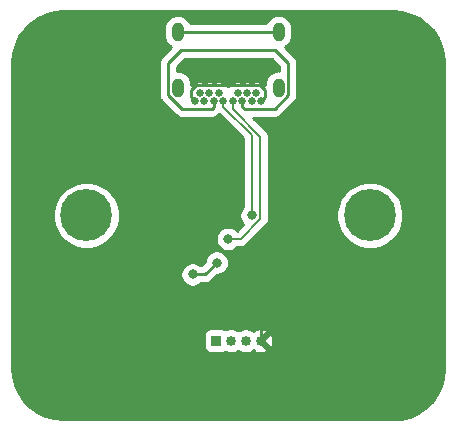
<source format=gbl>
G04 #@! TF.GenerationSoftware,KiCad,Pcbnew,(5.1.2-1)-1*
G04 #@! TF.CreationDate,2019-10-04T22:48:53-06:00*
G04 #@! TF.ProjectId,USBCBreakout,55534243-4272-4656-916b-6f75742e6b69,rev?*
G04 #@! TF.SameCoordinates,Original*
G04 #@! TF.FileFunction,Copper,L2,Bot*
G04 #@! TF.FilePolarity,Positive*
%FSLAX46Y46*%
G04 Gerber Fmt 4.6, Leading zero omitted, Abs format (unit mm)*
G04 Created by KiCad (PCBNEW (5.1.2-1)-1) date 2019-10-04 22:48:53*
%MOMM*%
%LPD*%
G04 APERTURE LIST*
%ADD10C,0.650000*%
%ADD11O,1.000000X1.600000*%
%ADD12C,4.400000*%
%ADD13C,0.850000*%
%ADD14R,0.850000X0.850000*%
%ADD15C,0.800000*%
%ADD16C,0.250000*%
%ADD17C,0.152400*%
%ADD18C,0.254000*%
G04 APERTURE END LIST*
D10*
X97212416Y-48620592D03*
X97612416Y-47920592D03*
X98012416Y-48620592D03*
X98412416Y-47920592D03*
X98812416Y-48620592D03*
X99212416Y-47920592D03*
X99612416Y-48620592D03*
X100412416Y-48620592D03*
X100812416Y-47910592D03*
X101212416Y-48620592D03*
X101612416Y-47920592D03*
X102412416Y-47920592D03*
X102012416Y-48620592D03*
D11*
X104282416Y-47470592D03*
X104282416Y-42740592D03*
X95742416Y-42740592D03*
X95742416Y-47470592D03*
D10*
X102812416Y-48620592D03*
D12*
X112012416Y-58290592D03*
X88012416Y-58290592D03*
D13*
X102762416Y-68900000D03*
X101512416Y-68900000D03*
X100262416Y-68900000D03*
D14*
X99012416Y-68900000D03*
D15*
X97012416Y-63290592D03*
X99062415Y-62290592D03*
X101012416Y-62290592D03*
X97012416Y-58290592D03*
X104012416Y-58290592D03*
X100012416Y-60290592D03*
X102012416Y-58290592D03*
D16*
X98062415Y-63290592D02*
X99062415Y-62290592D01*
X97012416Y-63290592D02*
X98062415Y-63290592D01*
X101402798Y-49270593D02*
X101212416Y-49080211D01*
X104012416Y-44290592D02*
X105107426Y-45385602D01*
X105107426Y-48112322D02*
X103949155Y-49270593D01*
X96012416Y-44290592D02*
X104012416Y-44290592D01*
X98812416Y-48620592D02*
X98812416Y-49080211D01*
X103949155Y-49270593D02*
X101402798Y-49270593D01*
X98622034Y-49270593D02*
X96075677Y-49270593D01*
X96075677Y-49270593D02*
X94917406Y-48112322D01*
X94917406Y-45385602D02*
X96012416Y-44290592D01*
X105107426Y-45385602D02*
X105107426Y-48112322D01*
X101212416Y-49080211D02*
X101212416Y-48620592D01*
X94917406Y-48112322D02*
X94917406Y-45385602D01*
X98812416Y-49080211D02*
X98622034Y-49270593D01*
X102762416Y-64040592D02*
X101012416Y-62290592D01*
X102762416Y-68900000D02*
X102762416Y-64040592D01*
X96887417Y-48295593D02*
X97212416Y-48620592D01*
X96887417Y-47683589D02*
X96887417Y-48295593D01*
X97310415Y-47260591D02*
X96887417Y-47683589D01*
X102714417Y-47260591D02*
X97310415Y-47260591D01*
X103137415Y-47683589D02*
X102714417Y-47260591D01*
X103137415Y-48295593D02*
X103137415Y-47683589D01*
X102812416Y-48620592D02*
X103137415Y-48295593D01*
X100446731Y-62290592D02*
X101012416Y-62290592D01*
X97012416Y-58856277D02*
X100446731Y-62290592D01*
X97012416Y-58290592D02*
X97012416Y-58856277D01*
X101012416Y-61290592D02*
X104012416Y-58290592D01*
X101012416Y-62290592D02*
X101012416Y-61290592D01*
D17*
X102738617Y-51637320D02*
X102738617Y-58639169D01*
X100412416Y-49311119D02*
X102738617Y-51637320D01*
X101087194Y-60290592D02*
X100012416Y-60290592D01*
X102738617Y-58639169D02*
X101087194Y-60290592D01*
X100412416Y-48620592D02*
X100412416Y-49311119D01*
X102012416Y-51480211D02*
X102012416Y-58290592D01*
X99612416Y-49080211D02*
X102012416Y-51480211D01*
X99612416Y-48620592D02*
X99612416Y-49080211D01*
D16*
X95742416Y-42740592D02*
X104282416Y-42740592D01*
D18*
G36*
X114767163Y-41095873D02*
G01*
X115498059Y-41295823D01*
X116181991Y-41622042D01*
X116797344Y-42064218D01*
X117324675Y-42608381D01*
X117747302Y-43237318D01*
X118051879Y-43931162D01*
X118230131Y-44673631D01*
X118277416Y-45317541D01*
X118277417Y-71257850D01*
X118207135Y-72045340D01*
X118007185Y-72776235D01*
X117680966Y-73460167D01*
X117238790Y-74075520D01*
X116694627Y-74602851D01*
X116065690Y-75025478D01*
X115371845Y-75330056D01*
X114629377Y-75508306D01*
X113985467Y-75555592D01*
X86045147Y-75555592D01*
X85257668Y-75485311D01*
X84526773Y-75285361D01*
X83842841Y-74959142D01*
X83227488Y-74516966D01*
X82700157Y-73972803D01*
X82277530Y-73343866D01*
X81972952Y-72650021D01*
X81794702Y-71907553D01*
X81747416Y-71263643D01*
X81747416Y-68475000D01*
X97949344Y-68475000D01*
X97949344Y-69325000D01*
X97961604Y-69449482D01*
X97997914Y-69569180D01*
X98056879Y-69679494D01*
X98136231Y-69776185D01*
X98232922Y-69855537D01*
X98343236Y-69914502D01*
X98462934Y-69950812D01*
X98587416Y-69963072D01*
X99437416Y-69963072D01*
X99561898Y-69950812D01*
X99681596Y-69914502D01*
X99791910Y-69855537D01*
X99794413Y-69853483D01*
X99953225Y-69919265D01*
X100158015Y-69960000D01*
X100366817Y-69960000D01*
X100571607Y-69919265D01*
X100764514Y-69839360D01*
X100887416Y-69757240D01*
X101010318Y-69839360D01*
X101203225Y-69919265D01*
X101408015Y-69960000D01*
X101616817Y-69960000D01*
X101821607Y-69919265D01*
X102014514Y-69839360D01*
X102188127Y-69723356D01*
X102225405Y-69686078D01*
X102243560Y-69830210D01*
X102435004Y-69913560D01*
X102639032Y-69957959D01*
X102847800Y-69961702D01*
X103053286Y-69924644D01*
X103247595Y-69848210D01*
X103281272Y-69830210D01*
X103307197Y-69624386D01*
X102762416Y-69079605D01*
X102748274Y-69093748D01*
X102572416Y-68917890D01*
X102572416Y-68910395D01*
X102582811Y-68900000D01*
X102942021Y-68900000D01*
X103486802Y-69444781D01*
X103692626Y-69418856D01*
X103775976Y-69227412D01*
X103820375Y-69023384D01*
X103824118Y-68814616D01*
X103787060Y-68609130D01*
X103710626Y-68414821D01*
X103692626Y-68381144D01*
X103486802Y-68355219D01*
X102942021Y-68900000D01*
X102582811Y-68900000D01*
X102572416Y-68889605D01*
X102572416Y-68882110D01*
X102748274Y-68706253D01*
X102762416Y-68720395D01*
X103307197Y-68175614D01*
X103281272Y-67969790D01*
X103089828Y-67886440D01*
X102885800Y-67842041D01*
X102677032Y-67838298D01*
X102471546Y-67875356D01*
X102277237Y-67951790D01*
X102243560Y-67969790D01*
X102225405Y-68113922D01*
X102188127Y-68076644D01*
X102014514Y-67960640D01*
X101821607Y-67880735D01*
X101616817Y-67840000D01*
X101408015Y-67840000D01*
X101203225Y-67880735D01*
X101010318Y-67960640D01*
X100887416Y-68042760D01*
X100764514Y-67960640D01*
X100571607Y-67880735D01*
X100366817Y-67840000D01*
X100158015Y-67840000D01*
X99953225Y-67880735D01*
X99794413Y-67946517D01*
X99791910Y-67944463D01*
X99681596Y-67885498D01*
X99561898Y-67849188D01*
X99437416Y-67836928D01*
X98587416Y-67836928D01*
X98462934Y-67849188D01*
X98343236Y-67885498D01*
X98232922Y-67944463D01*
X98136231Y-68023815D01*
X98056879Y-68120506D01*
X97997914Y-68230820D01*
X97961604Y-68350518D01*
X97949344Y-68475000D01*
X81747416Y-68475000D01*
X81747416Y-63188653D01*
X95977416Y-63188653D01*
X95977416Y-63392531D01*
X96017190Y-63592490D01*
X96095211Y-63780848D01*
X96208479Y-63950366D01*
X96352642Y-64094529D01*
X96522160Y-64207797D01*
X96710518Y-64285818D01*
X96910477Y-64325592D01*
X97114355Y-64325592D01*
X97314314Y-64285818D01*
X97502672Y-64207797D01*
X97672190Y-64094529D01*
X97716127Y-64050592D01*
X98025093Y-64050592D01*
X98062415Y-64054268D01*
X98099737Y-64050592D01*
X98099748Y-64050592D01*
X98211401Y-64039595D01*
X98354662Y-63996138D01*
X98486691Y-63925566D01*
X98602416Y-63830593D01*
X98626219Y-63801590D01*
X99102217Y-63325592D01*
X99164354Y-63325592D01*
X99364313Y-63285818D01*
X99552671Y-63207797D01*
X99722189Y-63094529D01*
X99866352Y-62950366D01*
X99979620Y-62780848D01*
X100057641Y-62592490D01*
X100097415Y-62392531D01*
X100097415Y-62188653D01*
X100057641Y-61988694D01*
X99979620Y-61800336D01*
X99866352Y-61630818D01*
X99722189Y-61486655D01*
X99552671Y-61373387D01*
X99364313Y-61295366D01*
X99164354Y-61255592D01*
X98960476Y-61255592D01*
X98760517Y-61295366D01*
X98572159Y-61373387D01*
X98402641Y-61486655D01*
X98258478Y-61630818D01*
X98145210Y-61800336D01*
X98067189Y-61988694D01*
X98027415Y-62188653D01*
X98027415Y-62250790D01*
X97747614Y-62530592D01*
X97716127Y-62530592D01*
X97672190Y-62486655D01*
X97502672Y-62373387D01*
X97314314Y-62295366D01*
X97114355Y-62255592D01*
X96910477Y-62255592D01*
X96710518Y-62295366D01*
X96522160Y-62373387D01*
X96352642Y-62486655D01*
X96208479Y-62630818D01*
X96095211Y-62800336D01*
X96017190Y-62988694D01*
X95977416Y-63188653D01*
X81747416Y-63188653D01*
X81747416Y-58011369D01*
X85177416Y-58011369D01*
X85177416Y-58569815D01*
X85286364Y-59117531D01*
X85500072Y-59633468D01*
X85810328Y-60097799D01*
X86205209Y-60492680D01*
X86669540Y-60802936D01*
X87185477Y-61016644D01*
X87733193Y-61125592D01*
X88291639Y-61125592D01*
X88839355Y-61016644D01*
X89355292Y-60802936D01*
X89819623Y-60492680D01*
X90214504Y-60097799D01*
X90524760Y-59633468D01*
X90738468Y-59117531D01*
X90847416Y-58569815D01*
X90847416Y-58011369D01*
X90738468Y-57463653D01*
X90524760Y-56947716D01*
X90214504Y-56483385D01*
X89819623Y-56088504D01*
X89355292Y-55778248D01*
X88839355Y-55564540D01*
X88291639Y-55455592D01*
X87733193Y-55455592D01*
X87185477Y-55564540D01*
X86669540Y-55778248D01*
X86205209Y-56088504D01*
X85810328Y-56483385D01*
X85500072Y-56947716D01*
X85286364Y-57463653D01*
X85177416Y-58011369D01*
X81747416Y-58011369D01*
X81747416Y-45385602D01*
X94153730Y-45385602D01*
X94157407Y-45422934D01*
X94157406Y-48074999D01*
X94153730Y-48112322D01*
X94157406Y-48149644D01*
X94157406Y-48149654D01*
X94168403Y-48261307D01*
X94200031Y-48365571D01*
X94211860Y-48404568D01*
X94282432Y-48536598D01*
X94305780Y-48565047D01*
X94377405Y-48652323D01*
X94406409Y-48676126D01*
X95511878Y-49781596D01*
X95535676Y-49810594D01*
X95564674Y-49834392D01*
X95651401Y-49905567D01*
X95783430Y-49976139D01*
X95926691Y-50019596D01*
X96075677Y-50034270D01*
X96113010Y-50030593D01*
X98584712Y-50030593D01*
X98622034Y-50034269D01*
X98659356Y-50030593D01*
X98659367Y-50030593D01*
X98771020Y-50019596D01*
X98914281Y-49976139D01*
X99046310Y-49905567D01*
X99162035Y-49810594D01*
X99185838Y-49781590D01*
X99246923Y-49720505D01*
X101301216Y-51774800D01*
X101301217Y-57538080D01*
X101208479Y-57630818D01*
X101095211Y-57800336D01*
X101017190Y-57988694D01*
X100977416Y-58188653D01*
X100977416Y-58392531D01*
X101017190Y-58592490D01*
X101095211Y-58780848D01*
X101208479Y-58950366D01*
X101315056Y-59056943D01*
X100792607Y-59579392D01*
X100764927Y-59579392D01*
X100672190Y-59486655D01*
X100502672Y-59373387D01*
X100314314Y-59295366D01*
X100114355Y-59255592D01*
X99910477Y-59255592D01*
X99710518Y-59295366D01*
X99522160Y-59373387D01*
X99352642Y-59486655D01*
X99208479Y-59630818D01*
X99095211Y-59800336D01*
X99017190Y-59988694D01*
X98977416Y-60188653D01*
X98977416Y-60392531D01*
X99017190Y-60592490D01*
X99095211Y-60780848D01*
X99208479Y-60950366D01*
X99352642Y-61094529D01*
X99522160Y-61207797D01*
X99710518Y-61285818D01*
X99910477Y-61325592D01*
X100114355Y-61325592D01*
X100314314Y-61285818D01*
X100502672Y-61207797D01*
X100672190Y-61094529D01*
X100764927Y-61001792D01*
X101052268Y-61001792D01*
X101087194Y-61005232D01*
X101122120Y-61001792D01*
X101122130Y-61001792D01*
X101226614Y-60991501D01*
X101360675Y-60950834D01*
X101484227Y-60884794D01*
X101592521Y-60795919D01*
X101614796Y-60768777D01*
X103216808Y-59166766D01*
X103243944Y-59144496D01*
X103332819Y-59036202D01*
X103356712Y-58991501D01*
X103398859Y-58912651D01*
X103439526Y-58778589D01*
X103448485Y-58687625D01*
X103449817Y-58674105D01*
X103449817Y-58674098D01*
X103453257Y-58639169D01*
X103449817Y-58604241D01*
X103449817Y-58011369D01*
X109177416Y-58011369D01*
X109177416Y-58569815D01*
X109286364Y-59117531D01*
X109500072Y-59633468D01*
X109810328Y-60097799D01*
X110205209Y-60492680D01*
X110669540Y-60802936D01*
X111185477Y-61016644D01*
X111733193Y-61125592D01*
X112291639Y-61125592D01*
X112839355Y-61016644D01*
X113355292Y-60802936D01*
X113819623Y-60492680D01*
X114214504Y-60097799D01*
X114524760Y-59633468D01*
X114738468Y-59117531D01*
X114847416Y-58569815D01*
X114847416Y-58011369D01*
X114738468Y-57463653D01*
X114524760Y-56947716D01*
X114214504Y-56483385D01*
X113819623Y-56088504D01*
X113355292Y-55778248D01*
X112839355Y-55564540D01*
X112291639Y-55455592D01*
X111733193Y-55455592D01*
X111185477Y-55564540D01*
X110669540Y-55778248D01*
X110205209Y-56088504D01*
X109810328Y-56483385D01*
X109500072Y-56947716D01*
X109286364Y-57463653D01*
X109177416Y-58011369D01*
X103449817Y-58011369D01*
X103449817Y-51672245D01*
X103453257Y-51637319D01*
X103449817Y-51602393D01*
X103449817Y-51602384D01*
X103439526Y-51497900D01*
X103398859Y-51363839D01*
X103332819Y-51240287D01*
X103305279Y-51206730D01*
X103266214Y-51159129D01*
X103266210Y-51159125D01*
X103243943Y-51131993D01*
X103216812Y-51109727D01*
X102137678Y-50030593D01*
X103911833Y-50030593D01*
X103949155Y-50034269D01*
X103986477Y-50030593D01*
X103986488Y-50030593D01*
X104098141Y-50019596D01*
X104241402Y-49976139D01*
X104373431Y-49905567D01*
X104489156Y-49810594D01*
X104512959Y-49781590D01*
X105618429Y-48676121D01*
X105647427Y-48652323D01*
X105742400Y-48536598D01*
X105812972Y-48404569D01*
X105856429Y-48261308D01*
X105867426Y-48149655D01*
X105867426Y-48149654D01*
X105871103Y-48112322D01*
X105867426Y-48074989D01*
X105867426Y-45422924D01*
X105871102Y-45385602D01*
X105867426Y-45348279D01*
X105867426Y-45348269D01*
X105856429Y-45236616D01*
X105812972Y-45093355D01*
X105794235Y-45058301D01*
X105742400Y-44961325D01*
X105671225Y-44874599D01*
X105647427Y-44845601D01*
X105618430Y-44821804D01*
X104830971Y-44034345D01*
X104916039Y-43988876D01*
X105088865Y-43847041D01*
X105230700Y-43674215D01*
X105336092Y-43477039D01*
X105400993Y-43263091D01*
X105417416Y-43096344D01*
X105417416Y-42384841D01*
X105400993Y-42218094D01*
X105336092Y-42004146D01*
X105230700Y-41806969D01*
X105088865Y-41634143D01*
X104916039Y-41492308D01*
X104718863Y-41386916D01*
X104504915Y-41322015D01*
X104282416Y-41300101D01*
X104059918Y-41322015D01*
X103845970Y-41386916D01*
X103648794Y-41492308D01*
X103475968Y-41634143D01*
X103334133Y-41806969D01*
X103241329Y-41980592D01*
X96783502Y-41980592D01*
X96690700Y-41806969D01*
X96548865Y-41634143D01*
X96376039Y-41492308D01*
X96178863Y-41386916D01*
X95964915Y-41322015D01*
X95742416Y-41300101D01*
X95519918Y-41322015D01*
X95305970Y-41386916D01*
X95108794Y-41492308D01*
X94935968Y-41634143D01*
X94794133Y-41806969D01*
X94688740Y-42004145D01*
X94623839Y-42218093D01*
X94607416Y-42384840D01*
X94607416Y-43096343D01*
X94623839Y-43263090D01*
X94688740Y-43477038D01*
X94794132Y-43674215D01*
X94935967Y-43847041D01*
X95108793Y-43988876D01*
X95193861Y-44034345D01*
X94406404Y-44821803D01*
X94377406Y-44845601D01*
X94353608Y-44874599D01*
X94353607Y-44874600D01*
X94282432Y-44961326D01*
X94211860Y-45093356D01*
X94168404Y-45236617D01*
X94153730Y-45385602D01*
X81747416Y-45385602D01*
X81747416Y-45323323D01*
X81817697Y-44535845D01*
X82017647Y-43804949D01*
X82343866Y-43121017D01*
X82786042Y-42505664D01*
X83330205Y-41978333D01*
X83959142Y-41555706D01*
X84652986Y-41251129D01*
X85395455Y-41072877D01*
X86039365Y-41025592D01*
X113979685Y-41025592D01*
X114767163Y-41095873D01*
X114767163Y-41095873D01*
G37*
X114767163Y-41095873D02*
X115498059Y-41295823D01*
X116181991Y-41622042D01*
X116797344Y-42064218D01*
X117324675Y-42608381D01*
X117747302Y-43237318D01*
X118051879Y-43931162D01*
X118230131Y-44673631D01*
X118277416Y-45317541D01*
X118277417Y-71257850D01*
X118207135Y-72045340D01*
X118007185Y-72776235D01*
X117680966Y-73460167D01*
X117238790Y-74075520D01*
X116694627Y-74602851D01*
X116065690Y-75025478D01*
X115371845Y-75330056D01*
X114629377Y-75508306D01*
X113985467Y-75555592D01*
X86045147Y-75555592D01*
X85257668Y-75485311D01*
X84526773Y-75285361D01*
X83842841Y-74959142D01*
X83227488Y-74516966D01*
X82700157Y-73972803D01*
X82277530Y-73343866D01*
X81972952Y-72650021D01*
X81794702Y-71907553D01*
X81747416Y-71263643D01*
X81747416Y-68475000D01*
X97949344Y-68475000D01*
X97949344Y-69325000D01*
X97961604Y-69449482D01*
X97997914Y-69569180D01*
X98056879Y-69679494D01*
X98136231Y-69776185D01*
X98232922Y-69855537D01*
X98343236Y-69914502D01*
X98462934Y-69950812D01*
X98587416Y-69963072D01*
X99437416Y-69963072D01*
X99561898Y-69950812D01*
X99681596Y-69914502D01*
X99791910Y-69855537D01*
X99794413Y-69853483D01*
X99953225Y-69919265D01*
X100158015Y-69960000D01*
X100366817Y-69960000D01*
X100571607Y-69919265D01*
X100764514Y-69839360D01*
X100887416Y-69757240D01*
X101010318Y-69839360D01*
X101203225Y-69919265D01*
X101408015Y-69960000D01*
X101616817Y-69960000D01*
X101821607Y-69919265D01*
X102014514Y-69839360D01*
X102188127Y-69723356D01*
X102225405Y-69686078D01*
X102243560Y-69830210D01*
X102435004Y-69913560D01*
X102639032Y-69957959D01*
X102847800Y-69961702D01*
X103053286Y-69924644D01*
X103247595Y-69848210D01*
X103281272Y-69830210D01*
X103307197Y-69624386D01*
X102762416Y-69079605D01*
X102748274Y-69093748D01*
X102572416Y-68917890D01*
X102572416Y-68910395D01*
X102582811Y-68900000D01*
X102942021Y-68900000D01*
X103486802Y-69444781D01*
X103692626Y-69418856D01*
X103775976Y-69227412D01*
X103820375Y-69023384D01*
X103824118Y-68814616D01*
X103787060Y-68609130D01*
X103710626Y-68414821D01*
X103692626Y-68381144D01*
X103486802Y-68355219D01*
X102942021Y-68900000D01*
X102582811Y-68900000D01*
X102572416Y-68889605D01*
X102572416Y-68882110D01*
X102748274Y-68706253D01*
X102762416Y-68720395D01*
X103307197Y-68175614D01*
X103281272Y-67969790D01*
X103089828Y-67886440D01*
X102885800Y-67842041D01*
X102677032Y-67838298D01*
X102471546Y-67875356D01*
X102277237Y-67951790D01*
X102243560Y-67969790D01*
X102225405Y-68113922D01*
X102188127Y-68076644D01*
X102014514Y-67960640D01*
X101821607Y-67880735D01*
X101616817Y-67840000D01*
X101408015Y-67840000D01*
X101203225Y-67880735D01*
X101010318Y-67960640D01*
X100887416Y-68042760D01*
X100764514Y-67960640D01*
X100571607Y-67880735D01*
X100366817Y-67840000D01*
X100158015Y-67840000D01*
X99953225Y-67880735D01*
X99794413Y-67946517D01*
X99791910Y-67944463D01*
X99681596Y-67885498D01*
X99561898Y-67849188D01*
X99437416Y-67836928D01*
X98587416Y-67836928D01*
X98462934Y-67849188D01*
X98343236Y-67885498D01*
X98232922Y-67944463D01*
X98136231Y-68023815D01*
X98056879Y-68120506D01*
X97997914Y-68230820D01*
X97961604Y-68350518D01*
X97949344Y-68475000D01*
X81747416Y-68475000D01*
X81747416Y-63188653D01*
X95977416Y-63188653D01*
X95977416Y-63392531D01*
X96017190Y-63592490D01*
X96095211Y-63780848D01*
X96208479Y-63950366D01*
X96352642Y-64094529D01*
X96522160Y-64207797D01*
X96710518Y-64285818D01*
X96910477Y-64325592D01*
X97114355Y-64325592D01*
X97314314Y-64285818D01*
X97502672Y-64207797D01*
X97672190Y-64094529D01*
X97716127Y-64050592D01*
X98025093Y-64050592D01*
X98062415Y-64054268D01*
X98099737Y-64050592D01*
X98099748Y-64050592D01*
X98211401Y-64039595D01*
X98354662Y-63996138D01*
X98486691Y-63925566D01*
X98602416Y-63830593D01*
X98626219Y-63801590D01*
X99102217Y-63325592D01*
X99164354Y-63325592D01*
X99364313Y-63285818D01*
X99552671Y-63207797D01*
X99722189Y-63094529D01*
X99866352Y-62950366D01*
X99979620Y-62780848D01*
X100057641Y-62592490D01*
X100097415Y-62392531D01*
X100097415Y-62188653D01*
X100057641Y-61988694D01*
X99979620Y-61800336D01*
X99866352Y-61630818D01*
X99722189Y-61486655D01*
X99552671Y-61373387D01*
X99364313Y-61295366D01*
X99164354Y-61255592D01*
X98960476Y-61255592D01*
X98760517Y-61295366D01*
X98572159Y-61373387D01*
X98402641Y-61486655D01*
X98258478Y-61630818D01*
X98145210Y-61800336D01*
X98067189Y-61988694D01*
X98027415Y-62188653D01*
X98027415Y-62250790D01*
X97747614Y-62530592D01*
X97716127Y-62530592D01*
X97672190Y-62486655D01*
X97502672Y-62373387D01*
X97314314Y-62295366D01*
X97114355Y-62255592D01*
X96910477Y-62255592D01*
X96710518Y-62295366D01*
X96522160Y-62373387D01*
X96352642Y-62486655D01*
X96208479Y-62630818D01*
X96095211Y-62800336D01*
X96017190Y-62988694D01*
X95977416Y-63188653D01*
X81747416Y-63188653D01*
X81747416Y-58011369D01*
X85177416Y-58011369D01*
X85177416Y-58569815D01*
X85286364Y-59117531D01*
X85500072Y-59633468D01*
X85810328Y-60097799D01*
X86205209Y-60492680D01*
X86669540Y-60802936D01*
X87185477Y-61016644D01*
X87733193Y-61125592D01*
X88291639Y-61125592D01*
X88839355Y-61016644D01*
X89355292Y-60802936D01*
X89819623Y-60492680D01*
X90214504Y-60097799D01*
X90524760Y-59633468D01*
X90738468Y-59117531D01*
X90847416Y-58569815D01*
X90847416Y-58011369D01*
X90738468Y-57463653D01*
X90524760Y-56947716D01*
X90214504Y-56483385D01*
X89819623Y-56088504D01*
X89355292Y-55778248D01*
X88839355Y-55564540D01*
X88291639Y-55455592D01*
X87733193Y-55455592D01*
X87185477Y-55564540D01*
X86669540Y-55778248D01*
X86205209Y-56088504D01*
X85810328Y-56483385D01*
X85500072Y-56947716D01*
X85286364Y-57463653D01*
X85177416Y-58011369D01*
X81747416Y-58011369D01*
X81747416Y-45385602D01*
X94153730Y-45385602D01*
X94157407Y-45422934D01*
X94157406Y-48074999D01*
X94153730Y-48112322D01*
X94157406Y-48149644D01*
X94157406Y-48149654D01*
X94168403Y-48261307D01*
X94200031Y-48365571D01*
X94211860Y-48404568D01*
X94282432Y-48536598D01*
X94305780Y-48565047D01*
X94377405Y-48652323D01*
X94406409Y-48676126D01*
X95511878Y-49781596D01*
X95535676Y-49810594D01*
X95564674Y-49834392D01*
X95651401Y-49905567D01*
X95783430Y-49976139D01*
X95926691Y-50019596D01*
X96075677Y-50034270D01*
X96113010Y-50030593D01*
X98584712Y-50030593D01*
X98622034Y-50034269D01*
X98659356Y-50030593D01*
X98659367Y-50030593D01*
X98771020Y-50019596D01*
X98914281Y-49976139D01*
X99046310Y-49905567D01*
X99162035Y-49810594D01*
X99185838Y-49781590D01*
X99246923Y-49720505D01*
X101301216Y-51774800D01*
X101301217Y-57538080D01*
X101208479Y-57630818D01*
X101095211Y-57800336D01*
X101017190Y-57988694D01*
X100977416Y-58188653D01*
X100977416Y-58392531D01*
X101017190Y-58592490D01*
X101095211Y-58780848D01*
X101208479Y-58950366D01*
X101315056Y-59056943D01*
X100792607Y-59579392D01*
X100764927Y-59579392D01*
X100672190Y-59486655D01*
X100502672Y-59373387D01*
X100314314Y-59295366D01*
X100114355Y-59255592D01*
X99910477Y-59255592D01*
X99710518Y-59295366D01*
X99522160Y-59373387D01*
X99352642Y-59486655D01*
X99208479Y-59630818D01*
X99095211Y-59800336D01*
X99017190Y-59988694D01*
X98977416Y-60188653D01*
X98977416Y-60392531D01*
X99017190Y-60592490D01*
X99095211Y-60780848D01*
X99208479Y-60950366D01*
X99352642Y-61094529D01*
X99522160Y-61207797D01*
X99710518Y-61285818D01*
X99910477Y-61325592D01*
X100114355Y-61325592D01*
X100314314Y-61285818D01*
X100502672Y-61207797D01*
X100672190Y-61094529D01*
X100764927Y-61001792D01*
X101052268Y-61001792D01*
X101087194Y-61005232D01*
X101122120Y-61001792D01*
X101122130Y-61001792D01*
X101226614Y-60991501D01*
X101360675Y-60950834D01*
X101484227Y-60884794D01*
X101592521Y-60795919D01*
X101614796Y-60768777D01*
X103216808Y-59166766D01*
X103243944Y-59144496D01*
X103332819Y-59036202D01*
X103356712Y-58991501D01*
X103398859Y-58912651D01*
X103439526Y-58778589D01*
X103448485Y-58687625D01*
X103449817Y-58674105D01*
X103449817Y-58674098D01*
X103453257Y-58639169D01*
X103449817Y-58604241D01*
X103449817Y-58011369D01*
X109177416Y-58011369D01*
X109177416Y-58569815D01*
X109286364Y-59117531D01*
X109500072Y-59633468D01*
X109810328Y-60097799D01*
X110205209Y-60492680D01*
X110669540Y-60802936D01*
X111185477Y-61016644D01*
X111733193Y-61125592D01*
X112291639Y-61125592D01*
X112839355Y-61016644D01*
X113355292Y-60802936D01*
X113819623Y-60492680D01*
X114214504Y-60097799D01*
X114524760Y-59633468D01*
X114738468Y-59117531D01*
X114847416Y-58569815D01*
X114847416Y-58011369D01*
X114738468Y-57463653D01*
X114524760Y-56947716D01*
X114214504Y-56483385D01*
X113819623Y-56088504D01*
X113355292Y-55778248D01*
X112839355Y-55564540D01*
X112291639Y-55455592D01*
X111733193Y-55455592D01*
X111185477Y-55564540D01*
X110669540Y-55778248D01*
X110205209Y-56088504D01*
X109810328Y-56483385D01*
X109500072Y-56947716D01*
X109286364Y-57463653D01*
X109177416Y-58011369D01*
X103449817Y-58011369D01*
X103449817Y-51672245D01*
X103453257Y-51637319D01*
X103449817Y-51602393D01*
X103449817Y-51602384D01*
X103439526Y-51497900D01*
X103398859Y-51363839D01*
X103332819Y-51240287D01*
X103305279Y-51206730D01*
X103266214Y-51159129D01*
X103266210Y-51159125D01*
X103243943Y-51131993D01*
X103216812Y-51109727D01*
X102137678Y-50030593D01*
X103911833Y-50030593D01*
X103949155Y-50034269D01*
X103986477Y-50030593D01*
X103986488Y-50030593D01*
X104098141Y-50019596D01*
X104241402Y-49976139D01*
X104373431Y-49905567D01*
X104489156Y-49810594D01*
X104512959Y-49781590D01*
X105618429Y-48676121D01*
X105647427Y-48652323D01*
X105742400Y-48536598D01*
X105812972Y-48404569D01*
X105856429Y-48261308D01*
X105867426Y-48149655D01*
X105867426Y-48149654D01*
X105871103Y-48112322D01*
X105867426Y-48074989D01*
X105867426Y-45422924D01*
X105871102Y-45385602D01*
X105867426Y-45348279D01*
X105867426Y-45348269D01*
X105856429Y-45236616D01*
X105812972Y-45093355D01*
X105794235Y-45058301D01*
X105742400Y-44961325D01*
X105671225Y-44874599D01*
X105647427Y-44845601D01*
X105618430Y-44821804D01*
X104830971Y-44034345D01*
X104916039Y-43988876D01*
X105088865Y-43847041D01*
X105230700Y-43674215D01*
X105336092Y-43477039D01*
X105400993Y-43263091D01*
X105417416Y-43096344D01*
X105417416Y-42384841D01*
X105400993Y-42218094D01*
X105336092Y-42004146D01*
X105230700Y-41806969D01*
X105088865Y-41634143D01*
X104916039Y-41492308D01*
X104718863Y-41386916D01*
X104504915Y-41322015D01*
X104282416Y-41300101D01*
X104059918Y-41322015D01*
X103845970Y-41386916D01*
X103648794Y-41492308D01*
X103475968Y-41634143D01*
X103334133Y-41806969D01*
X103241329Y-41980592D01*
X96783502Y-41980592D01*
X96690700Y-41806969D01*
X96548865Y-41634143D01*
X96376039Y-41492308D01*
X96178863Y-41386916D01*
X95964915Y-41322015D01*
X95742416Y-41300101D01*
X95519918Y-41322015D01*
X95305970Y-41386916D01*
X95108794Y-41492308D01*
X94935968Y-41634143D01*
X94794133Y-41806969D01*
X94688740Y-42004145D01*
X94623839Y-42218093D01*
X94607416Y-42384840D01*
X94607416Y-43096343D01*
X94623839Y-43263090D01*
X94688740Y-43477038D01*
X94794132Y-43674215D01*
X94935967Y-43847041D01*
X95108793Y-43988876D01*
X95193861Y-44034345D01*
X94406404Y-44821803D01*
X94377406Y-44845601D01*
X94353608Y-44874599D01*
X94353607Y-44874600D01*
X94282432Y-44961326D01*
X94211860Y-45093356D01*
X94168404Y-45236617D01*
X94153730Y-45385602D01*
X81747416Y-45385602D01*
X81747416Y-45323323D01*
X81817697Y-44535845D01*
X82017647Y-43804949D01*
X82343866Y-43121017D01*
X82786042Y-42505664D01*
X83330205Y-41978333D01*
X83959142Y-41555706D01*
X84652986Y-41251129D01*
X85395455Y-41072877D01*
X86039365Y-41025592D01*
X113979685Y-41025592D01*
X114767163Y-41095873D01*
G36*
X104347426Y-45700404D02*
G01*
X104347426Y-46036504D01*
X104282416Y-46030101D01*
X104059918Y-46052015D01*
X103845970Y-46116916D01*
X103648794Y-46222308D01*
X103475968Y-46364143D01*
X103334133Y-46536969D01*
X103228740Y-46734145D01*
X103163839Y-46948093D01*
X103147416Y-47114840D01*
X103147416Y-47297947D01*
X103024380Y-47174911D01*
X102867147Y-47069851D01*
X102692438Y-46997484D01*
X102506968Y-46960592D01*
X102317864Y-46960592D01*
X102132394Y-46997484D01*
X102012416Y-47047181D01*
X101892438Y-46997484D01*
X101706968Y-46960592D01*
X101517864Y-46960592D01*
X101332394Y-46997484D01*
X101224487Y-47042181D01*
X101092438Y-46987484D01*
X100906968Y-46950592D01*
X100717864Y-46950592D01*
X100532394Y-46987484D01*
X100357685Y-47059851D01*
X100200452Y-47164911D01*
X100066735Y-47298628D01*
X100009075Y-47384922D01*
X99958097Y-47308628D01*
X99824380Y-47174911D01*
X99667147Y-47069851D01*
X99492438Y-46997484D01*
X99306968Y-46960592D01*
X99117864Y-46960592D01*
X98932394Y-46997484D01*
X98812416Y-47047181D01*
X98692438Y-46997484D01*
X98506968Y-46960592D01*
X98317864Y-46960592D01*
X98132394Y-46997484D01*
X98012416Y-47047181D01*
X97892438Y-46997484D01*
X97706968Y-46960592D01*
X97517864Y-46960592D01*
X97332394Y-46997484D01*
X97157685Y-47069851D01*
X97000452Y-47174911D01*
X96877416Y-47297947D01*
X96877416Y-47114841D01*
X96860993Y-46948094D01*
X96796092Y-46734146D01*
X96690700Y-46536969D01*
X96548865Y-46364143D01*
X96376039Y-46222308D01*
X96178863Y-46116916D01*
X95964915Y-46052015D01*
X95742416Y-46030101D01*
X95677406Y-46036504D01*
X95677406Y-45700403D01*
X96327218Y-45050592D01*
X103697615Y-45050592D01*
X104347426Y-45700404D01*
X104347426Y-45700404D01*
G37*
X104347426Y-45700404D02*
X104347426Y-46036504D01*
X104282416Y-46030101D01*
X104059918Y-46052015D01*
X103845970Y-46116916D01*
X103648794Y-46222308D01*
X103475968Y-46364143D01*
X103334133Y-46536969D01*
X103228740Y-46734145D01*
X103163839Y-46948093D01*
X103147416Y-47114840D01*
X103147416Y-47297947D01*
X103024380Y-47174911D01*
X102867147Y-47069851D01*
X102692438Y-46997484D01*
X102506968Y-46960592D01*
X102317864Y-46960592D01*
X102132394Y-46997484D01*
X102012416Y-47047181D01*
X101892438Y-46997484D01*
X101706968Y-46960592D01*
X101517864Y-46960592D01*
X101332394Y-46997484D01*
X101224487Y-47042181D01*
X101092438Y-46987484D01*
X100906968Y-46950592D01*
X100717864Y-46950592D01*
X100532394Y-46987484D01*
X100357685Y-47059851D01*
X100200452Y-47164911D01*
X100066735Y-47298628D01*
X100009075Y-47384922D01*
X99958097Y-47308628D01*
X99824380Y-47174911D01*
X99667147Y-47069851D01*
X99492438Y-46997484D01*
X99306968Y-46960592D01*
X99117864Y-46960592D01*
X98932394Y-46997484D01*
X98812416Y-47047181D01*
X98692438Y-46997484D01*
X98506968Y-46960592D01*
X98317864Y-46960592D01*
X98132394Y-46997484D01*
X98012416Y-47047181D01*
X97892438Y-46997484D01*
X97706968Y-46960592D01*
X97517864Y-46960592D01*
X97332394Y-46997484D01*
X97157685Y-47069851D01*
X97000452Y-47174911D01*
X96877416Y-47297947D01*
X96877416Y-47114841D01*
X96860993Y-46948094D01*
X96796092Y-46734146D01*
X96690700Y-46536969D01*
X96548865Y-46364143D01*
X96376039Y-46222308D01*
X96178863Y-46116916D01*
X95964915Y-46052015D01*
X95742416Y-46030101D01*
X95677406Y-46036504D01*
X95677406Y-45700403D01*
X96327218Y-45050592D01*
X103697615Y-45050592D01*
X104347426Y-45700404D01*
M02*

</source>
